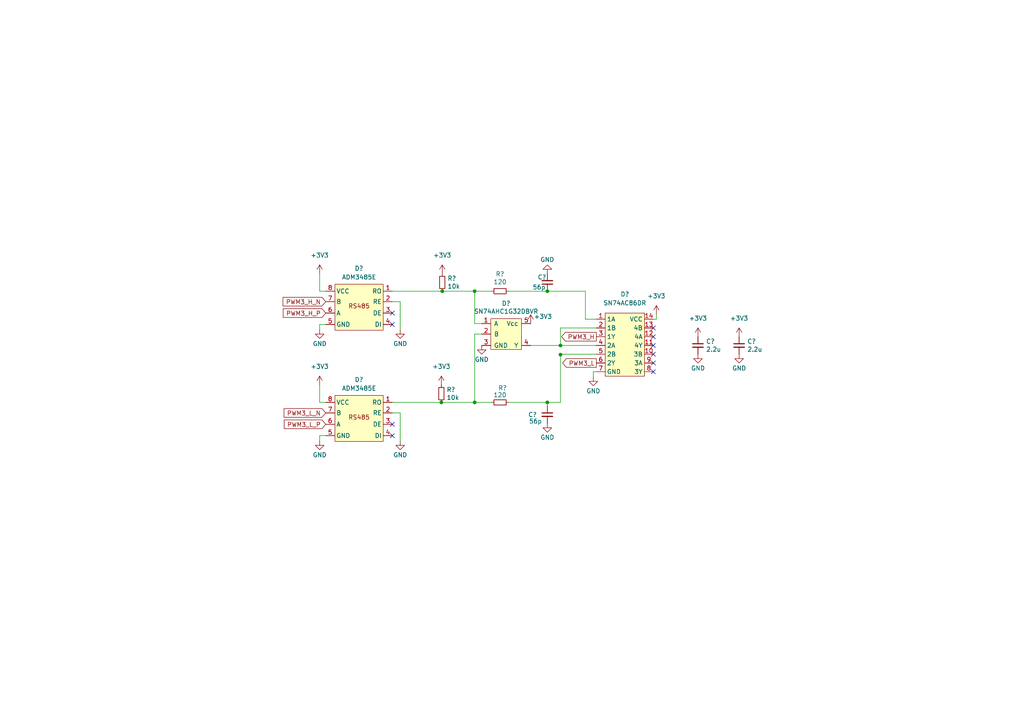
<source format=kicad_sch>
(kicad_sch (version 20211123) (generator eeschema)
  (paper "A4")
  (lib_symbols
    (symbol "Device:C_Small" (pin_numbers hide) (pin_names (offset 0.254) hide)
      (property "Reference" "C" (at 0.254 1.778 0))
      (property "Value" "C_Small" (at 0.254 -2.032 0))
      (symbol "C_Small_0_1"
        (polyline (pts (xy -1.524 -0.508) (xy 1.524 -0.508)) (stroke (width 0.3302)))
        (polyline (pts (xy -1.524 0.508) (xy 1.524 0.508)) (stroke (width 0.3048)))
      )
      (symbol "C_Small_1_1"
        (pin passive line (at 0 2.54 270) (length 2.032) (name "~") (number "1"))
        (pin passive line (at 0 -2.54 90) (length 2.032) (name "~") (number "2"))
      )
    )
    (symbol "Device:R_Small" (pin_numbers hide) (pin_names (offset 0.254) hide)
      (property "Reference" "R" (at 0.762 0.508 0))
      (property "Value" "R_Small" (at 0.762 -1.016 0))
      (symbol "R_Small_0_1"
        (rectangle (start -0.762 1.778) (end 0.762 -1.778) (stroke (width 0.2032)))
      )
      (symbol "R_Small_1_1"
        (pin passive line (at 0 2.54 270) (length 0.762) (name "~") (number "1"))
        (pin passive line (at 0 -2.54 90) (length 0.762) (name "~") (number "2"))
      )
    )
    (symbol "Interface_My:ADM3485E"
      (property "Reference" "D" (at 0 0.635 0))
      (property "Value" "ADM3485E" (at 0 -1.27 0))
      (symbol "ADM3485E_0_0"
        (rectangle (start -6.985 -2.54) (end 6.985 -15.875) (fill (type background)))
        (text "RS485" (at 0 -8.89 0) (effects (font (size 1.27 1.27))))
      )
      (symbol "ADM3485E_1_1"
        (pin input line (at -9.652 -4.572 0) (length 2.54) (name "RO") (number "1"))
        (pin input line (at -9.652 -7.62 0) (length 2.54) (name "RE") (number "2"))
        (pin input line (at -9.652 -10.922 0) (length 2.54) (name "DE") (number "3"))
        (pin input line (at -9.652 -14.224 0) (length 2.54) (name "DI") (number "4"))
        (pin input line (at 9.652 -14.224 180) (length 2.54) (name "GND") (number "5"))
        (pin input line (at 9.652 -10.922 180) (length 2.54) (name "A") (number "6"))
        (pin input line (at 9.652 -7.62 180) (length 2.54) (name "B") (number "7"))
        (pin input line (at 9.652 -4.572 180) (length 2.54) (name "VCC") (number "8"))
      )
    )
    (symbol "Logic:SN74AHC1G86DBVR" (pin_names (offset 1.016))
      (property "Reference" "D" (at 0 0 0))
      (property "Value" "SN74AHC1G86DBVR" (at 0 -1.905 0))
      (symbol "SN74AHC1G86DBVR_0_1"
        (rectangle (start -4.445 -4.445) (end 4.445 -13.335) (fill (type background)))
      )
      (symbol "SN74AHC1G86DBVR_1_1"
        (pin input line (at -7.112 -5.842 0) (length 2.54) (name "A") (number "1"))
        (pin input line (at -7.112 -8.89 0) (length 2.54) (name "B") (number "2"))
        (pin input line (at -7.112 -12.192 0) (length 2.54) (name "GND") (number "3"))
        (pin input line (at 7.112 -12.192 180) (length 2.54) (name "Y") (number "4"))
        (pin input line (at 7.112 -5.842 180) (length 2.54) (name "Vcc") (number "5"))
      )
    )
    (symbol "Logic_My:SN74AC86DR"
      (property "Reference" "D" (at 0 3.556 0))
      (property "Value" "SN74AC86DR" (at 0 1.27 0))
      (symbol "SN74AC86DR_0_1"
        (rectangle (start -5.588 0) (end 5.842 -18.288) (fill (type background)))
      )
      (symbol "SN74AC86DR_1_1"
        (pin input line (at -8.128 -1.778 0) (length 2.54) (name "1A") (number "1"))
        (pin input line (at 8.382 -11.938 180) (length 2.54) (name "3B") (number "10"))
        (pin input line (at 8.382 -9.398 180) (length 2.54) (name "4Y") (number "11"))
        (pin input line (at 8.382 -6.858 180) (length 2.54) (name "4A") (number "12"))
        (pin input line (at 8.382 -4.318 180) (length 2.54) (name "4B") (number "13"))
        (pin input line (at 8.382 -1.778 180) (length 2.54) (name "VCC") (number "14"))
        (pin input line (at -8.128 -4.318 0) (length 2.54) (name "1B") (number "2"))
        (pin input line (at -8.128 -6.858 0) (length 2.54) (name "1Y") (number "3"))
        (pin input line (at -8.128 -9.398 0) (length 2.54) (name "2A") (number "4"))
        (pin input line (at -8.128 -11.938 0) (length 2.54) (name "2B") (number "5"))
        (pin input line (at -8.128 -14.478 0) (length 2.54) (name "2Y") (number "6"))
        (pin input line (at -8.128 -17.018 0) (length 2.54) (name "GND") (number "7"))
        (pin input line (at 8.382 -17.018 180) (length 2.54) (name "3Y") (number "8"))
        (pin input line (at 8.382 -14.478 180) (length 2.54) (name "3A") (number "9"))
      )
    )
    (symbol "power:+3.3V" (power) (pin_names (offset 0))
      (property "Value" "+3.3V" (at 0 3.556 0))
      (symbol "+3.3V_0_1"
        (polyline (pts (xy -0.762 1.27) (xy 0 2.54)))
        (polyline (pts (xy 0 0) (xy 0 2.54)))
        (polyline (pts (xy 0 2.54) (xy 0.762 1.27)))
      )
      (symbol "+3.3V_1_1"
        (pin power_in line (at 0 0 90) (length 0) hide (name "+3V3") (number "1"))
      )
    )
    (symbol "power:GND" (power) (pin_names (offset 0))
      (property "Value" "GND" (at 0 -3.81 0))
      (symbol "GND_0_1"
        (polyline (pts (xy 0 0) (xy 0 -1.27) (xy 1.27 -1.27) (xy 0 -2.54) (xy -1.27 -1.27) (xy 0 -1.27)))
      )
      (symbol "GND_1_1"
        (pin power_in line (at 0 0 270) (length 0) hide (name "GND") (number "1"))
      )
    )
  )
  (junction (at 162.56 100.203))
  (junction (at 128.27 84.455))
  (junction (at 128.016 116.713))
  (junction (at 137.668 84.455))
  (junction (at 158.75 84.455))
  (junction (at 158.75 116.713))
  (junction (at 162.56 102.87))
  (junction (at 137.668 116.713))
  (no_connect (at 113.792 90.805))
  (no_connect (at 113.792 94.107))
  (no_connect (at 113.792 123.063))
  (no_connect (at 189.484 107.823))
  (no_connect (at 189.484 95.123))
  (no_connect (at 189.484 100.203))
  (no_connect (at 189.484 105.283))
  (no_connect (at 189.484 97.663))
  (no_connect (at 189.484 102.743))
  (no_connect (at 113.792 126.365))
  (wire (pts (xy 162.56 102.87) (xy 162.56 116.713)))
  (wire (pts (xy 116.078 119.761) (xy 116.078 127.889)))
  (wire (pts (xy 172.974 92.583) (xy 169.799 92.583)))
  (wire (pts (xy 172.974 102.743) (xy 162.56 102.743)))
  (wire (pts (xy 162.56 116.713) (xy 158.75 116.713)))
  (wire (pts (xy 92.71 126.365) (xy 92.71 127.889)))
  (wire (pts (xy 142.494 84.455) (xy 137.668 84.455)))
  (wire (pts (xy 116.078 87.503) (xy 116.078 95.631)))
  (wire (pts (xy 92.71 79.375) (xy 92.71 84.455)))
  (wire (pts (xy 113.792 84.455) (xy 128.27 84.455)))
  (wire (pts (xy 113.792 116.713) (xy 128.016 116.713)))
  (wire (pts (xy 153.924 100.203) (xy 162.56 100.203)))
  (wire (pts (xy 92.71 84.455) (xy 94.488 84.455)))
  (wire (pts (xy 172.085 109.347) (xy 172.085 107.823)))
  (wire (pts (xy 92.71 111.633) (xy 92.71 116.713)))
  (wire (pts (xy 94.488 126.365) (xy 92.71 126.365)))
  (wire (pts (xy 190.373 91.186) (xy 190.373 92.583)))
  (wire (pts (xy 137.668 116.713) (xy 142.494 116.713)))
  (wire (pts (xy 147.574 116.713) (xy 158.75 116.713)))
  (wire (pts (xy 169.799 84.455) (xy 169.799 92.583)))
  (wire (pts (xy 190.373 92.583) (xy 189.484 92.583)))
  (wire (pts (xy 162.56 102.743) (xy 162.56 102.87)))
  (wire (pts (xy 139.7 96.901) (xy 137.668 96.901)))
  (wire (pts (xy 113.792 87.503) (xy 116.078 87.503)))
  (wire (pts (xy 162.56 95.123) (xy 172.974 95.123)))
  (wire (pts (xy 137.668 93.853) (xy 139.7 93.853)))
  (wire (pts (xy 147.574 84.455) (xy 158.75 84.455)))
  (wire (pts (xy 113.792 119.761) (xy 116.078 119.761)))
  (wire (pts (xy 172.085 107.823) (xy 172.974 107.823)))
  (wire (pts (xy 162.56 100.203) (xy 162.56 95.123)))
  (wire (pts (xy 128.016 116.713) (xy 137.668 116.713)))
  (wire (pts (xy 158.75 116.713) (xy 158.75 117.729)))
  (wire (pts (xy 94.488 94.107) (xy 92.71 94.107)))
  (wire (pts (xy 137.668 84.455) (xy 128.27 84.455)))
  (wire (pts (xy 158.75 84.455) (xy 169.799 84.455)))
  (wire (pts (xy 162.56 100.203) (xy 172.974 100.203)))
  (wire (pts (xy 137.668 93.853) (xy 137.668 84.455)))
  (wire (pts (xy 137.668 96.901) (xy 137.668 116.713)))
  (wire (pts (xy 92.71 116.713) (xy 94.488 116.713)))
  (wire (pts (xy 92.71 94.107) (xy 92.71 95.631)))
  (global_label "PWM3_L_N" (shape input) (at 94.488 119.761 180) (property "Intersheet References" "${INTERSHEET_REFS}" (effects hide)))
  (global_label "PWM3_H_P" (shape input) (at 94.488 90.805 180) (property "Intersheet References" "${INTERSHEET_REFS}" (effects hide)))
  (global_label "PWM3_L_P" (shape input) (at 94.488 123.063 180) (property "Intersheet References" "${INTERSHEET_REFS}" (effects hide)))
  (global_label "PWM3_H_N" (shape input) (at 94.488 87.503 180) (property "Intersheet References" "${INTERSHEET_REFS}" (effects hide)))
  (global_label "PWM3_L" (shape output) (at 172.974 105.283 180) (property "Intersheet References" "${INTERSHEET_REFS}" (effects hide)))
  (global_label "PWM3_H" (shape output) (at 172.974 97.663 180) (property "Intersheet References" "${INTERSHEET_REFS}" (effects hide)))
  (symbol (lib_id "Device:C_Small") (at 158.75 120.269 0) (unit 1)
    (property "Reference" "C?" (at 153.162 120.269 0) (effects (justify left)))
    (property "Value" "56p" (at 153.416 122.174 0) (effects (justify left)))
    (property "Footprint" "Capacitor_SMD:C_0805_2012Metric_Pad1.18x1.45mm_HandSolder" (effects hide))
  )
  (symbol (lib_id "power:+3.3V") (at 128.016 111.633 0) (unit 1)
    (property "Reference" "#PWR?" (effects hide))
    (property "Value" "+3.3V" (at 128.016 106.299 0))
  )
  (symbol (lib_id "Device:C_Small") (at 202.438 100.203 0) (unit 1)
    (property "Reference" "C?" (at 204.7748 99.0346 0) (effects (justify left)))
    (property "Value" "2.2u" (at 204.7748 101.346 0) (effects (justify left)))
    (property "Footprint" "Capacitor_SMD:C_0805_2012Metric_Pad1.18x1.45mm_HandSolder" (effects hide))
  )
  (symbol (lib_id "power:+3.3V") (at 92.71 111.633 0) (unit 1)
    (property "Reference" "#PWR?" (effects hide))
    (property "Value" "+3.3V" (at 92.71 106.299 0))
  )
  (symbol (lib_id "Logic:SN74AHC1G86DBVR") (at 146.812 88.011 0) (unit 1)
    (property "Reference" "D?" (at 146.812 88.011 0))
    (property "Value" "SN74AHC1G32DBVR" (at 146.812 90.3224 0))
    (property "Footprint" "Package_TO_SOT_SMD:SOT-23-5_HandSoldering" (effects hide))
  )
  (symbol (lib_id "power:+3.3V") (at 92.71 79.375 0) (unit 1)
    (property "Reference" "#PWR?" (effects hide))
    (property "Value" "+3.3V" (at 92.71 74.041 0))
  )
  (symbol (lib_id "power:GND") (at 172.085 109.347 0) (unit 1)
    (property "Reference" "#PWR?" (effects hide))
    (property "Value" "GND" (at 170.053 113.411 0) (effects (justify left)))
  )
  (symbol (lib_id "Device:R_Small") (at 128.27 81.915 0) (unit 1)
    (property "Reference" "R?" (at 129.7686 80.7466 0) (effects (justify left)))
    (property "Value" "10k" (at 129.7686 83.058 0) (effects (justify left)))
    (property "Footprint" "Resistor_SMD:R_0805_2012Metric_Pad1.20x1.40mm_HandSolder" (effects hide))
  )
  (symbol (lib_id "power:+3.3V") (at 214.376 97.663 0) (unit 1)
    (property "Reference" "#PWR?" (effects hide))
    (property "Value" "+3.3V" (at 214.376 92.329 0))
  )
  (symbol (lib_id "Device:R_Small") (at 145.034 116.713 90) (unit 1)
    (property "Reference" "R?" (at 147.066 112.522 90) (effects (justify left)))
    (property "Value" "120" (at 146.939 114.554 90) (effects (justify left)))
    (property "Footprint" "Resistor_SMD:R_0805_2012Metric_Pad1.20x1.40mm_HandSolder" (effects hide))
  )
  (symbol (lib_id "Device:R_Small") (at 145.034 84.455 90) (unit 1)
    (property "Reference" "R?" (at 145.034 79.4766 90))
    (property "Value" "120" (at 145.034 81.788 90))
    (property "Footprint" "Resistor_SMD:R_0805_2012Metric_Pad1.20x1.40mm_HandSolder" (effects hide))
  )
  (symbol (lib_id "Device:C_Small") (at 214.376 100.203 0) (unit 1)
    (property "Reference" "C?" (at 216.7128 99.0346 0) (effects (justify left)))
    (property "Value" "2.2u" (at 216.7128 101.346 0) (effects (justify left)))
    (property "Footprint" "Capacitor_SMD:C_0805_2012Metric_Pad1.18x1.45mm_HandSolder" (effects hide))
  )
  (symbol (lib_id "power:+3.3V") (at 153.924 93.853 0) (unit 1)
    (property "Reference" "#PWR?" (effects hide))
    (property "Value" "+3.3V" (at 157.48 91.821 0))
  )
  (symbol (lib_id "power:GND") (at 92.71 127.889 0) (unit 1)
    (property "Reference" "#PWR?" (effects hide))
    (property "Value" "GND" (at 90.678 131.953 0) (effects (justify left)))
  )
  (symbol (lib_id "Interface_My:ADM3485E") (at 104.14 79.883 0) (mirror y) (unit 1)
    (property "Reference" "D?" (at 104.14 77.851 0))
    (property "Value" "ADM3485E" (at 104.14 80.391 0))
    (property "Footprint" "Package_SO:SOP-8_3.9x4.9mm_P1.27mm" (effects hide))
  )
  (symbol (lib_id "power:+3.3V") (at 190.373 91.186 0) (unit 1)
    (property "Reference" "#PWR?" (effects hide))
    (property "Value" "+3.3V" (at 190.373 85.852 0))
  )
  (symbol (lib_id "Device:C_Small") (at 158.75 81.915 180) (unit 1)
    (property "Reference" "C?" (at 158.496 80.391 0) (effects (justify left)))
    (property "Value" "56p" (at 158.242 83.312 0) (effects (justify left)))
    (property "Footprint" "Capacitor_SMD:C_0805_2012Metric_Pad1.18x1.45mm_HandSolder" (effects hide))
  )
  (symbol (lib_id "power:GND") (at 139.7 100.203 0) (unit 1)
    (property "Reference" "#PWR?" (effects hide))
    (property "Value" "GND" (at 137.668 104.267 0) (effects (justify left)))
  )
  (symbol (lib_id "power:GND") (at 158.75 79.375 180) (unit 1)
    (property "Reference" "#PWR?" (effects hide))
    (property "Value" "GND" (at 160.782 75.311 0) (effects (justify left)))
  )
  (symbol (lib_id "Interface_My:ADM3485E") (at 104.14 112.141 0) (mirror y) (unit 1)
    (property "Reference" "D?" (at 104.14 110.109 0))
    (property "Value" "ADM3485E" (at 104.14 112.649 0))
    (property "Footprint" "Package_SO:SOP-8_3.9x4.9mm_P1.27mm" (effects hide))
  )
  (symbol (lib_id "power:GND") (at 92.71 95.631 0) (unit 1)
    (property "Reference" "#PWR?" (effects hide))
    (property "Value" "GND" (at 90.678 99.695 0) (effects (justify left)))
  )
  (symbol (lib_id "power:GND") (at 116.078 127.889 0) (unit 1)
    (property "Reference" "#PWR?" (effects hide))
    (property "Value" "GND" (at 114.046 131.953 0) (effects (justify left)))
  )
  (symbol (lib_id "Device:R_Small") (at 128.016 114.173 0) (unit 1)
    (property "Reference" "R?" (at 129.5146 113.0046 0) (effects (justify left)))
    (property "Value" "10k" (at 129.5146 115.316 0) (effects (justify left)))
    (property "Footprint" "Resistor_SMD:R_0805_2012Metric_Pad1.20x1.40mm_HandSolder" (effects hide))
  )
  (symbol (lib_id "power:GND") (at 202.438 102.743 0) (unit 1)
    (property "Reference" "#PWR?" (effects hide))
    (property "Value" "GND" (at 200.406 106.807 0) (effects (justify left)))
  )
  (symbol (lib_id "power:GND") (at 214.376 102.743 0) (unit 1)
    (property "Reference" "#PWR?" (effects hide))
    (property "Value" "GND" (at 212.344 106.807 0) (effects (justify left)))
  )
  (symbol (lib_id "Logic_My:SN74AC86DR") (at 181.102 90.805 0) (unit 1)
    (property "Reference" "D?" (at 181.229 85.344 0))
    (property "Value" "SN74AC86DR" (at 181.229 87.884 0))
    (property "Footprint" "Package_SO:SOIC-14_3.9x8.7mm_P1.27mm" (effects hide))
  )
  (symbol (lib_id "power:GND") (at 116.078 95.631 0) (unit 1)
    (property "Reference" "#PWR?" (effects hide))
    (property "Value" "GND" (at 114.046 99.695 0) (effects (justify left)))
  )
  (symbol (lib_id "power:+3.3V") (at 128.27 79.375 0) (unit 1)
    (property "Reference" "#PWR?" (effects hide))
    (property "Value" "+3.3V" (at 128.27 74.041 0))
  )
  (symbol (lib_id "power:GND") (at 158.75 122.809 0) (unit 1)
    (property "Reference" "#PWR?" (effects hide))
    (property "Value" "GND" (at 156.718 126.873 0) (effects (justify left)))
  )
  (symbol (lib_id "power:+3.3V") (at 202.438 97.663 0) (unit 1)
    (property "Reference" "#PWR?" (effects hide))
    (property "Value" "+3.3V" (at 202.438 92.329 0))
  )
)
</source>
